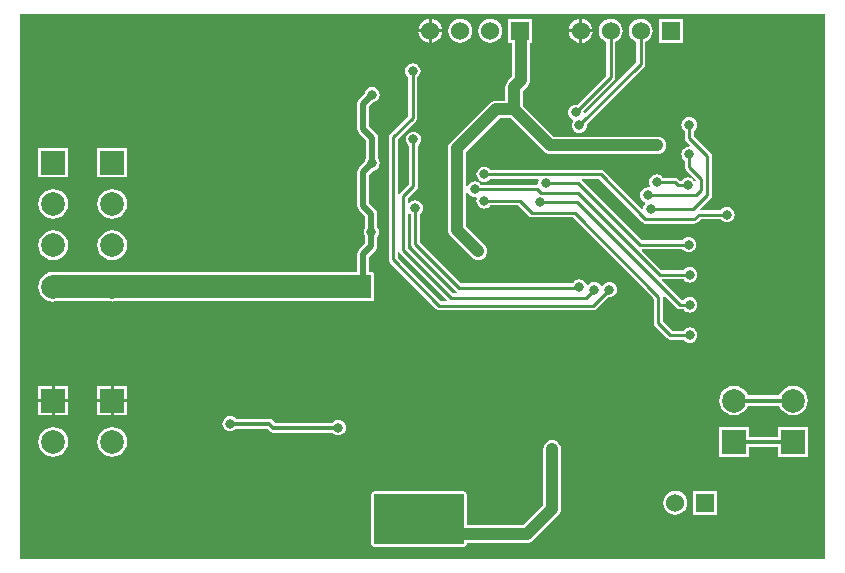
<source format=gbl>
G04*
G04 #@! TF.GenerationSoftware,Altium Limited,Altium Designer,21.0.9 (235)*
G04*
G04 Layer_Physical_Order=2*
G04 Layer_Color=16711680*
%FSLAX44Y44*%
%MOMM*%
G71*
G04*
G04 #@! TF.SameCoordinates,B8152D85-E12F-4961-801D-9DD34C180D21*
G04*
G04*
G04 #@! TF.FilePolarity,Positive*
G04*
G01*
G75*
%ADD12C,0.2500*%
%ADD63C,0.5000*%
%ADD64C,1.0000*%
%ADD65C,0.3500*%
%ADD67C,1.5240*%
%ADD68R,1.5240X1.5240*%
%ADD69C,2.0000*%
%ADD70R,2.0000X2.0000*%
%ADD71C,6.0000*%
%ADD72C,0.8000*%
%ADD73C,0.6000*%
G36*
X685922Y4078D02*
X4078D01*
Y465922D01*
X685922D01*
X685922Y4078D01*
D02*
G37*
%LPC*%
G36*
X352565Y461776D02*
Y452966D01*
X361376D01*
X361194Y454348D01*
X360170Y456819D01*
X358542Y458942D01*
X356419Y460570D01*
X353948Y461594D01*
X352565Y461776D01*
D02*
G37*
G36*
X350025Y461776D02*
X348643Y461594D01*
X346172Y460570D01*
X344049Y458942D01*
X342421Y456819D01*
X341397Y454348D01*
X341215Y452966D01*
X350025D01*
Y461776D01*
D02*
G37*
G36*
X479970Y461581D02*
Y452770D01*
X488781D01*
X488599Y454152D01*
X487575Y456624D01*
X485946Y458746D01*
X483824Y460375D01*
X481352Y461399D01*
X479970Y461581D01*
D02*
G37*
G36*
X477430Y461581D02*
X476048Y461399D01*
X473576Y460375D01*
X471454Y458746D01*
X469825Y456624D01*
X468801Y454152D01*
X468619Y452770D01*
X477430D01*
Y461581D01*
D02*
G37*
G36*
X350025Y450425D02*
X341215D01*
X341397Y449043D01*
X342421Y446572D01*
X344049Y444449D01*
X346172Y442821D01*
X348643Y441797D01*
X350025Y441615D01*
Y450425D01*
D02*
G37*
G36*
X361376D02*
X352565D01*
Y441615D01*
X353948Y441797D01*
X356419Y442821D01*
X358542Y444449D01*
X360170Y446572D01*
X361194Y449043D01*
X361376Y450425D01*
D02*
G37*
G36*
X402095Y461903D02*
X399454Y461555D01*
X396992Y460535D01*
X394878Y458913D01*
X393256Y456799D01*
X392236Y454337D01*
X391888Y451696D01*
X392236Y449054D01*
X393256Y446592D01*
X394878Y444478D01*
X396992Y442856D01*
X399454Y441836D01*
X402095Y441488D01*
X404737Y441836D01*
X407199Y442856D01*
X409313Y444478D01*
X410935Y446592D01*
X411955Y449054D01*
X412303Y451696D01*
X411955Y454337D01*
X410935Y456799D01*
X409313Y458913D01*
X407199Y460535D01*
X404737Y461555D01*
X402095Y461903D01*
D02*
G37*
G36*
X376696D02*
X374054Y461555D01*
X371592Y460535D01*
X369478Y458913D01*
X367856Y456799D01*
X366836Y454337D01*
X366488Y451696D01*
X366836Y449054D01*
X367856Y446592D01*
X369478Y444478D01*
X371592Y442856D01*
X374054Y441836D01*
X376696Y441488D01*
X379337Y441836D01*
X381799Y442856D01*
X383913Y444478D01*
X385535Y446592D01*
X386555Y449054D01*
X386903Y451696D01*
X386555Y454337D01*
X385535Y456799D01*
X383913Y458913D01*
X381799Y460535D01*
X379337Y461555D01*
X376696Y461903D01*
D02*
G37*
G36*
X488781Y450230D02*
X479970D01*
Y441420D01*
X481352Y441601D01*
X483824Y442625D01*
X485946Y444254D01*
X487575Y446376D01*
X488599Y448848D01*
X488781Y450230D01*
D02*
G37*
G36*
X477430D02*
X468619D01*
X468801Y448848D01*
X469825Y446376D01*
X471454Y444254D01*
X473576Y442625D01*
X476048Y441601D01*
X477430Y441419D01*
Y450230D01*
D02*
G37*
G36*
X565020Y461620D02*
X544780D01*
Y441380D01*
X565020D01*
Y461620D01*
D02*
G37*
G36*
X437616Y461815D02*
X417375D01*
Y441576D01*
X420935D01*
Y413133D01*
X417151Y409349D01*
X415949Y407782D01*
X415193Y405958D01*
X414935Y404000D01*
Y392565D01*
X407000D01*
X407000Y392565D01*
X405042Y392307D01*
X403218Y391551D01*
X401651Y390349D01*
X401651Y390349D01*
X368651Y357349D01*
X367449Y355782D01*
X366693Y353958D01*
X366435Y352000D01*
Y283000D01*
X366693Y281042D01*
X367449Y279218D01*
X368651Y277651D01*
X386651Y259651D01*
X388218Y258449D01*
X390042Y257693D01*
X392000Y257435D01*
X393958Y257693D01*
X395782Y258449D01*
X397349Y259651D01*
X398551Y261218D01*
X399307Y263042D01*
X399565Y265000D01*
X399307Y266958D01*
X398551Y268782D01*
X397349Y270349D01*
X381565Y286133D01*
Y315147D01*
X382835Y315399D01*
X383322Y314222D01*
X384364Y312864D01*
X385722Y311822D01*
X387303Y311167D01*
X389000Y310944D01*
X390075Y311085D01*
X390993Y309984D01*
X390667Y309197D01*
X390444Y307500D01*
X390667Y305803D01*
X391322Y304222D01*
X392364Y302864D01*
X393722Y301822D01*
X395303Y301167D01*
X397000Y300944D01*
X398697Y301167D01*
X400278Y301822D01*
X401636Y302864D01*
X402259Y303677D01*
X425916D01*
X434796Y294796D01*
X436037Y293968D01*
X437500Y293677D01*
X471916D01*
X540677Y224916D01*
Y204000D01*
X540968Y202537D01*
X541796Y201297D01*
X551797Y191296D01*
X553037Y190468D01*
X554500Y190177D01*
X565741D01*
X566364Y189364D01*
X567722Y188322D01*
X569303Y187667D01*
X571000Y187444D01*
X572697Y187667D01*
X574278Y188322D01*
X575636Y189364D01*
X576678Y190722D01*
X577333Y192303D01*
X577556Y194000D01*
X577333Y195697D01*
X576678Y197278D01*
X575636Y198636D01*
X574278Y199678D01*
X572697Y200333D01*
X571000Y200556D01*
X569303Y200333D01*
X567722Y199678D01*
X566364Y198636D01*
X565741Y197823D01*
X556084D01*
X548323Y205584D01*
Y226473D01*
X548382Y226529D01*
X549501Y227092D01*
X559796Y216796D01*
X561037Y215968D01*
X562500Y215677D01*
X565741D01*
X566364Y214864D01*
X567722Y213822D01*
X569303Y213167D01*
X571000Y212944D01*
X572697Y213167D01*
X574278Y213822D01*
X575636Y214864D01*
X576678Y216222D01*
X577333Y217803D01*
X577556Y219500D01*
X577333Y221197D01*
X576678Y222778D01*
X575636Y224136D01*
X574278Y225178D01*
X572697Y225833D01*
X571000Y226056D01*
X569303Y225833D01*
X567722Y225178D01*
X566364Y224136D01*
X565741Y223323D01*
X564084D01*
X547404Y240003D01*
X547890Y241177D01*
X565741D01*
X566364Y240364D01*
X567722Y239322D01*
X569303Y238667D01*
X571000Y238444D01*
X572697Y238667D01*
X574278Y239322D01*
X575636Y240364D01*
X576678Y241722D01*
X577333Y243303D01*
X577556Y245000D01*
X577333Y246697D01*
X576678Y248278D01*
X575636Y249636D01*
X574278Y250678D01*
X572697Y251333D01*
X571000Y251556D01*
X569303Y251333D01*
X567722Y250678D01*
X566364Y249636D01*
X565741Y248823D01*
X547084D01*
X530404Y265503D01*
X530890Y266677D01*
X564741D01*
X565364Y265864D01*
X566722Y264822D01*
X568303Y264167D01*
X570000Y263944D01*
X571697Y264167D01*
X573278Y264822D01*
X574636Y265864D01*
X575678Y267222D01*
X576333Y268803D01*
X576556Y270500D01*
X576333Y272197D01*
X575678Y273778D01*
X574636Y275136D01*
X573278Y276178D01*
X571697Y276833D01*
X570000Y277056D01*
X568303Y276833D01*
X566722Y276178D01*
X565364Y275136D01*
X564741Y274323D01*
X530084D01*
X479501Y324907D01*
X479889Y326080D01*
X479964Y326177D01*
X493916D01*
X530796Y289296D01*
X532037Y288468D01*
X533500Y288177D01*
X575000D01*
X576463Y288468D01*
X577704Y289296D01*
X580584Y292177D01*
X597264D01*
X597887Y291364D01*
X599245Y290322D01*
X600826Y289667D01*
X602523Y289444D01*
X604220Y289667D01*
X605801Y290322D01*
X607159Y291364D01*
X608200Y292722D01*
X608855Y294303D01*
X609079Y296000D01*
X608855Y297697D01*
X608200Y299278D01*
X607159Y300636D01*
X605801Y301678D01*
X604220Y302333D01*
X602523Y302556D01*
X600826Y302333D01*
X599245Y301678D01*
X597887Y300636D01*
X597264Y299823D01*
X580527D01*
X580001Y301093D01*
X588704Y309796D01*
X589532Y311037D01*
X589823Y312500D01*
Y345500D01*
X589532Y346963D01*
X588704Y348204D01*
X574323Y362584D01*
Y366741D01*
X575136Y367364D01*
X576178Y368722D01*
X576833Y370303D01*
X577056Y372000D01*
X576833Y373697D01*
X576178Y375278D01*
X575136Y376636D01*
X573778Y377678D01*
X572197Y378333D01*
X570500Y378556D01*
X568803Y378333D01*
X567222Y377678D01*
X565864Y376636D01*
X564822Y375278D01*
X564167Y373697D01*
X563944Y372000D01*
X564167Y370303D01*
X564822Y368722D01*
X565864Y367364D01*
X566677Y366741D01*
Y361000D01*
X566968Y359537D01*
X567796Y358296D01*
X571370Y354722D01*
X570777Y353520D01*
X570500Y353556D01*
X568803Y353333D01*
X567222Y352678D01*
X565864Y351636D01*
X564822Y350278D01*
X564167Y348697D01*
X563944Y347000D01*
X564167Y345303D01*
X564822Y343722D01*
X565864Y342364D01*
X566677Y341741D01*
Y336500D01*
X566968Y335037D01*
X567796Y333797D01*
X576379Y325214D01*
X576306Y324809D01*
X575976Y324654D01*
X574968Y324551D01*
X574136Y325636D01*
X572778Y326678D01*
X571197Y327333D01*
X569500Y327556D01*
X567803Y327333D01*
X566222Y326678D01*
X564864Y325636D01*
X564241Y324823D01*
X562584D01*
X561204Y326204D01*
X559963Y327032D01*
X558500Y327323D01*
X548259D01*
X547636Y328136D01*
X546278Y329178D01*
X544697Y329833D01*
X543000Y330056D01*
X541303Y329833D01*
X539722Y329178D01*
X538364Y328136D01*
X537322Y326778D01*
X536667Y325197D01*
X536444Y323500D01*
X536667Y321803D01*
X537322Y320222D01*
X537470Y320029D01*
X536742Y318892D01*
X535500Y319056D01*
X533803Y318832D01*
X532222Y318178D01*
X530864Y317136D01*
X529822Y315778D01*
X529167Y314197D01*
X528944Y312500D01*
X529167Y310803D01*
X529822Y309222D01*
X530864Y307864D01*
X532222Y306822D01*
X533036Y306485D01*
X533295Y305420D01*
X533270Y305013D01*
X532322Y303778D01*
X531667Y302197D01*
X531532Y301171D01*
X530191Y300716D01*
X498204Y332704D01*
X496963Y333532D01*
X495500Y333823D01*
X402259D01*
X401636Y334636D01*
X400278Y335678D01*
X398697Y336333D01*
X397000Y336556D01*
X395303Y336333D01*
X393722Y335678D01*
X392364Y334636D01*
X391322Y333278D01*
X390667Y331697D01*
X390444Y330000D01*
X390667Y328303D01*
X391322Y326722D01*
X392364Y325364D01*
X393722Y324322D01*
X395303Y323667D01*
X397000Y323444D01*
X398697Y323667D01*
X400278Y324322D01*
X401636Y325364D01*
X402259Y326177D01*
X442112D01*
X442961Y324907D01*
X442667Y324197D01*
X442448Y322529D01*
X442416Y322366D01*
X441318Y321323D01*
X394259D01*
X393636Y322136D01*
X392278Y323178D01*
X390697Y323833D01*
X389000Y324056D01*
X387303Y323833D01*
X385722Y323178D01*
X384364Y322136D01*
X383322Y320778D01*
X382835Y319601D01*
X381565Y319853D01*
Y348867D01*
X410133Y377435D01*
X419367D01*
X447651Y349151D01*
X447651Y349151D01*
X449218Y347949D01*
X451042Y347193D01*
X453000Y346935D01*
X543500D01*
X545458Y347193D01*
X547282Y347949D01*
X548849Y349151D01*
X550051Y350718D01*
X550807Y352542D01*
X551065Y354500D01*
X550807Y356458D01*
X550051Y358282D01*
X548849Y359849D01*
X547282Y361051D01*
X545458Y361807D01*
X543500Y362065D01*
X456133D01*
X430065Y388133D01*
Y400867D01*
X433849Y404651D01*
X435051Y406218D01*
X435807Y408042D01*
X435936Y409021D01*
X436065Y410000D01*
X436065Y410000D01*
Y441576D01*
X437616D01*
Y461815D01*
D02*
G37*
G36*
X529500Y461707D02*
X526858Y461360D01*
X524396Y460340D01*
X522282Y458718D01*
X520660Y456604D01*
X519641Y454142D01*
X519293Y451500D01*
X519641Y448858D01*
X520660Y446396D01*
X522282Y444282D01*
X524396Y442660D01*
X525677Y442130D01*
Y425084D01*
X482222Y381630D01*
X481020Y382223D01*
X481056Y382500D01*
X480922Y383515D01*
X506804Y409396D01*
X507632Y410637D01*
X507923Y412100D01*
Y442130D01*
X509204Y442660D01*
X511318Y444282D01*
X512940Y446396D01*
X513960Y448858D01*
X514307Y451500D01*
X513960Y454142D01*
X512940Y456604D01*
X511318Y458718D01*
X509204Y460340D01*
X506742Y461360D01*
X504100Y461707D01*
X501458Y461360D01*
X498996Y460340D01*
X496882Y458718D01*
X495260Y456604D01*
X494240Y454142D01*
X493893Y451500D01*
X494240Y448858D01*
X495260Y446396D01*
X496882Y444282D01*
X498996Y442660D01*
X500277Y442130D01*
Y413684D01*
X475515Y388922D01*
X474500Y389056D01*
X472803Y388833D01*
X471222Y388178D01*
X469864Y387136D01*
X468822Y385778D01*
X468167Y384197D01*
X467944Y382500D01*
X468167Y380803D01*
X468822Y379222D01*
X469864Y377864D01*
X471222Y376822D01*
X471653Y376644D01*
X472067Y375097D01*
X471822Y374778D01*
X471167Y373197D01*
X470944Y371500D01*
X471167Y369803D01*
X471822Y368222D01*
X472864Y366864D01*
X474222Y365822D01*
X475803Y365167D01*
X477500Y364944D01*
X479197Y365167D01*
X480778Y365822D01*
X482136Y366864D01*
X483178Y368222D01*
X483833Y369803D01*
X484056Y371500D01*
X483922Y372515D01*
X532204Y420796D01*
X533032Y422037D01*
X533323Y423500D01*
Y442130D01*
X534604Y442660D01*
X536718Y444282D01*
X538340Y446396D01*
X539360Y448858D01*
X539707Y451500D01*
X539360Y454142D01*
X538340Y456604D01*
X536718Y458718D01*
X534604Y460340D01*
X532142Y461360D01*
X529500Y461707D01*
D02*
G37*
G36*
X94500Y352500D02*
X69500D01*
Y327500D01*
X94500D01*
Y352500D01*
D02*
G37*
G36*
X44500D02*
X19500D01*
Y327500D01*
X44500D01*
Y352500D01*
D02*
G37*
G36*
X82000Y317608D02*
X78737Y317178D01*
X75696Y315919D01*
X73085Y313915D01*
X71081Y311304D01*
X69822Y308263D01*
X69392Y305000D01*
X69822Y301737D01*
X71081Y298696D01*
X73085Y296085D01*
X75696Y294081D01*
X78737Y292822D01*
X82000Y292392D01*
X85263Y292822D01*
X88304Y294081D01*
X90915Y296085D01*
X92919Y298696D01*
X94178Y301737D01*
X94608Y305000D01*
X94178Y308263D01*
X92919Y311304D01*
X90915Y313915D01*
X88304Y315919D01*
X85263Y317178D01*
X82000Y317608D01*
D02*
G37*
G36*
X32000D02*
X28736Y317178D01*
X25696Y315919D01*
X23084Y313915D01*
X21081Y311304D01*
X19821Y308263D01*
X19392Y305000D01*
X19821Y301737D01*
X21081Y298696D01*
X23084Y296085D01*
X25696Y294081D01*
X28736Y292822D01*
X32000Y292392D01*
X35263Y292822D01*
X38303Y294081D01*
X40915Y296085D01*
X42918Y298696D01*
X44178Y301737D01*
X44608Y305000D01*
X44178Y308263D01*
X42918Y311304D01*
X40915Y313915D01*
X38303Y315919D01*
X35263Y317178D01*
X32000Y317608D01*
D02*
G37*
G36*
X82000Y282608D02*
X78737Y282178D01*
X75696Y280919D01*
X73085Y278915D01*
X71081Y276304D01*
X69822Y273263D01*
X69392Y270000D01*
X69822Y266737D01*
X71081Y263696D01*
X73085Y261085D01*
X75696Y259081D01*
X78737Y257822D01*
X82000Y257392D01*
X85263Y257822D01*
X88304Y259081D01*
X90915Y261085D01*
X92919Y263696D01*
X94178Y266737D01*
X94608Y270000D01*
X94178Y273263D01*
X92919Y276304D01*
X90915Y278915D01*
X88304Y280919D01*
X85263Y282178D01*
X82000Y282608D01*
D02*
G37*
G36*
X32000D02*
X28736Y282178D01*
X25696Y280919D01*
X23084Y278915D01*
X21081Y276304D01*
X19821Y273263D01*
X19392Y270000D01*
X19821Y266737D01*
X21081Y263696D01*
X23084Y261085D01*
X25696Y259081D01*
X28736Y257822D01*
X32000Y257392D01*
X35263Y257822D01*
X38303Y259081D01*
X40915Y261085D01*
X42918Y263696D01*
X44178Y266737D01*
X44608Y270000D01*
X44178Y273263D01*
X42918Y276304D01*
X40915Y278915D01*
X38303Y280919D01*
X35263Y282178D01*
X32000Y282608D01*
D02*
G37*
G36*
X302000Y404056D02*
X300303Y403833D01*
X298722Y403178D01*
X297364Y402136D01*
X296322Y400778D01*
X295667Y399197D01*
X295543Y398253D01*
X290895Y393605D01*
X289790Y391951D01*
X289402Y390000D01*
Y368500D01*
X289790Y366549D01*
X290895Y364895D01*
X296902Y358888D01*
Y343534D01*
X296322Y342778D01*
X295667Y341197D01*
X295543Y340253D01*
X290895Y335605D01*
X289790Y333951D01*
X289402Y332000D01*
Y303500D01*
X289790Y301549D01*
X290895Y299895D01*
X296402Y294388D01*
Y285034D01*
X295822Y284278D01*
X295167Y282697D01*
X294944Y281000D01*
X295167Y279303D01*
X295822Y277722D01*
X296402Y276966D01*
Y271612D01*
X290895Y266105D01*
X289790Y264451D01*
X289402Y262500D01*
Y247549D01*
X82448Y247549D01*
X82000Y247608D01*
X81552Y247549D01*
X32447D01*
X32000Y247608D01*
X28736Y247178D01*
X25696Y245919D01*
X23084Y243915D01*
X21081Y241304D01*
X19821Y238263D01*
X19392Y235000D01*
X19821Y231737D01*
X21081Y228696D01*
X23084Y226085D01*
X25696Y224081D01*
X28736Y222822D01*
X32000Y222392D01*
X32447Y222451D01*
X81552D01*
X82000Y222392D01*
X82448Y222451D01*
X91000D01*
X301500Y222451D01*
X302475Y222645D01*
X303302Y223198D01*
X303855Y224025D01*
X304049Y225000D01*
X304049Y245000D01*
X303855Y245975D01*
X303302Y246802D01*
X302475Y247355D01*
X301500Y247549D01*
X299598D01*
Y260388D01*
X305105Y265895D01*
X306210Y267549D01*
X306598Y269500D01*
Y276966D01*
X307178Y277722D01*
X307833Y279303D01*
X308056Y281000D01*
X307833Y282697D01*
X307178Y284278D01*
X306598Y285034D01*
Y296500D01*
X306210Y298451D01*
X305105Y300105D01*
X299598Y305612D01*
Y329888D01*
X302753Y333043D01*
X303697Y333167D01*
X305278Y333822D01*
X306636Y334864D01*
X307678Y336222D01*
X308333Y337803D01*
X308556Y339500D01*
X308333Y341197D01*
X307678Y342778D01*
X307098Y343534D01*
Y361000D01*
X306710Y362951D01*
X305605Y364605D01*
X299598Y370612D01*
Y387888D01*
X302753Y391043D01*
X303697Y391167D01*
X305278Y391822D01*
X306636Y392864D01*
X307678Y394222D01*
X308333Y395803D01*
X308556Y397500D01*
X308333Y399197D01*
X307678Y400778D01*
X306636Y402136D01*
X305278Y403178D01*
X303697Y403833D01*
X302000Y404056D01*
D02*
G37*
G36*
X336500Y424056D02*
X334803Y423833D01*
X333222Y423178D01*
X331864Y422136D01*
X330822Y420778D01*
X330167Y419197D01*
X329944Y417500D01*
X330167Y415803D01*
X330822Y414222D01*
X331864Y412864D01*
X332677Y412241D01*
Y379584D01*
X317296Y364204D01*
X316468Y362963D01*
X316177Y361500D01*
Y258000D01*
X316468Y256537D01*
X317296Y255296D01*
X356296Y216296D01*
X357537Y215468D01*
X359000Y215177D01*
X489500D01*
X490963Y215468D01*
X492204Y216296D01*
X501985Y226078D01*
X503000Y225944D01*
X504697Y226167D01*
X506278Y226822D01*
X507636Y227864D01*
X508678Y229222D01*
X509333Y230803D01*
X509556Y232500D01*
X509333Y234197D01*
X508678Y235778D01*
X507636Y237136D01*
X506278Y238178D01*
X504697Y238833D01*
X503000Y239056D01*
X501303Y238833D01*
X499722Y238178D01*
X498364Y237136D01*
X497322Y235778D01*
X497188Y235453D01*
X495813D01*
X495678Y235778D01*
X494636Y237136D01*
X493278Y238178D01*
X491697Y238833D01*
X490000Y239056D01*
X488303Y238833D01*
X486722Y238178D01*
X485364Y237136D01*
X485006Y236669D01*
X483556Y236865D01*
X483178Y237778D01*
X482136Y239136D01*
X480778Y240178D01*
X479197Y240833D01*
X477500Y241056D01*
X475803Y240833D01*
X474222Y240178D01*
X472864Y239136D01*
X471857Y237823D01*
X377584D01*
X342323Y273084D01*
Y296241D01*
X343136Y296864D01*
X344178Y298222D01*
X344833Y299803D01*
X345056Y301500D01*
X344833Y303197D01*
X344178Y304778D01*
X343136Y306136D01*
X341778Y307178D01*
X340197Y307833D01*
X338500Y308056D01*
X336803Y307833D01*
X335222Y307178D01*
X333864Y306136D01*
X333593Y305783D01*
X332323Y306214D01*
Y309916D01*
X339803Y317396D01*
X340632Y318636D01*
X340923Y320100D01*
Y354440D01*
X341735Y355064D01*
X342777Y356421D01*
X343432Y358003D01*
X343656Y359700D01*
X343432Y361396D01*
X342777Y362977D01*
X341735Y364335D01*
X340378Y365377D01*
X338797Y366032D01*
X337100Y366255D01*
X335403Y366032D01*
X333822Y365377D01*
X332464Y364335D01*
X331422Y362977D01*
X330767Y361396D01*
X330544Y359700D01*
X330767Y358003D01*
X331422Y356421D01*
X332464Y355064D01*
X333276Y354440D01*
Y321683D01*
X325796Y314204D01*
X325093Y313151D01*
X324296Y313198D01*
X323823Y313363D01*
Y359916D01*
X339204Y375296D01*
X340032Y376537D01*
X340323Y378000D01*
Y412241D01*
X341136Y412864D01*
X342178Y414222D01*
X342833Y415803D01*
X343056Y417500D01*
X342833Y419197D01*
X342178Y420778D01*
X341136Y422136D01*
X339778Y423178D01*
X338197Y423833D01*
X336500Y424056D01*
D02*
G37*
G36*
X658500Y151108D02*
X655237Y150678D01*
X652196Y149419D01*
X649585Y147415D01*
X647581Y144804D01*
X646765Y142833D01*
X620235D01*
X619419Y144804D01*
X617415Y147415D01*
X614804Y149419D01*
X611763Y150678D01*
X608500Y151108D01*
X605237Y150678D01*
X602196Y149419D01*
X599585Y147415D01*
X597581Y144804D01*
X596322Y141763D01*
X595892Y138500D01*
X596322Y135237D01*
X597581Y132196D01*
X599585Y129585D01*
X602196Y127581D01*
X605237Y126322D01*
X608500Y125892D01*
X611763Y126322D01*
X614804Y127581D01*
X617415Y129585D01*
X619419Y132196D01*
X620235Y134167D01*
X646765D01*
X647581Y132196D01*
X649585Y129585D01*
X652196Y127581D01*
X655237Y126322D01*
X658500Y125892D01*
X661763Y126322D01*
X664804Y127581D01*
X667415Y129585D01*
X669419Y132196D01*
X670678Y135237D01*
X671108Y138500D01*
X670678Y141763D01*
X669419Y144804D01*
X667415Y147415D01*
X664804Y149419D01*
X661763Y150678D01*
X658500Y151108D01*
D02*
G37*
G36*
X94540Y151040D02*
X83270D01*
Y139770D01*
X94540D01*
Y151040D01*
D02*
G37*
G36*
X44540D02*
X33270D01*
Y139770D01*
X44540D01*
Y151040D01*
D02*
G37*
G36*
X80730D02*
X69460D01*
Y139770D01*
X80730D01*
Y151040D01*
D02*
G37*
G36*
X30730D02*
X19460D01*
Y139770D01*
X30730D01*
Y151040D01*
D02*
G37*
G36*
X94540Y137230D02*
X83270D01*
Y125960D01*
X94540D01*
Y137230D01*
D02*
G37*
G36*
X80730D02*
X69460D01*
Y125960D01*
X80730D01*
Y137230D01*
D02*
G37*
G36*
X44540D02*
X33270D01*
Y125960D01*
X44540D01*
Y137230D01*
D02*
G37*
G36*
X30730D02*
X19460D01*
Y125960D01*
X30730D01*
Y137230D01*
D02*
G37*
G36*
X181950Y125506D02*
X180253Y125283D01*
X178672Y124628D01*
X177314Y123586D01*
X176272Y122228D01*
X175617Y120647D01*
X175394Y118950D01*
X175617Y117253D01*
X176272Y115672D01*
X177314Y114314D01*
X178672Y113272D01*
X180253Y112617D01*
X181950Y112394D01*
X183647Y112617D01*
X185228Y113272D01*
X186586Y114314D01*
X186818Y114617D01*
X213255D01*
X215436Y112436D01*
X216842Y111497D01*
X218500Y111167D01*
X268632D01*
X268864Y110864D01*
X270222Y109822D01*
X271803Y109167D01*
X273500Y108944D01*
X275197Y109167D01*
X276778Y109822D01*
X278136Y110864D01*
X279178Y112222D01*
X279833Y113803D01*
X280056Y115500D01*
X279833Y117197D01*
X279178Y118778D01*
X278136Y120136D01*
X276778Y121178D01*
X275197Y121833D01*
X273500Y122056D01*
X271803Y121833D01*
X270222Y121178D01*
X268864Y120136D01*
X268632Y119833D01*
X220295D01*
X218114Y122014D01*
X216708Y122953D01*
X215050Y123283D01*
X186818D01*
X186586Y123586D01*
X185228Y124628D01*
X183647Y125283D01*
X181950Y125506D01*
D02*
G37*
G36*
X671000Y116000D02*
X646000D01*
Y107833D01*
X621000D01*
Y116000D01*
X596000D01*
Y91000D01*
X621000D01*
Y99167D01*
X646000D01*
Y91000D01*
X671000D01*
Y116000D01*
D02*
G37*
G36*
X82000Y116108D02*
X78737Y115678D01*
X75696Y114419D01*
X73085Y112415D01*
X71081Y109804D01*
X69822Y106763D01*
X69392Y103500D01*
X69822Y100237D01*
X71081Y97196D01*
X73085Y94585D01*
X75696Y92581D01*
X78737Y91321D01*
X82000Y90892D01*
X85263Y91321D01*
X88304Y92581D01*
X90915Y94585D01*
X92919Y97196D01*
X94178Y100237D01*
X94608Y103500D01*
X94178Y106763D01*
X92919Y109804D01*
X90915Y112415D01*
X88304Y114419D01*
X85263Y115678D01*
X82000Y116108D01*
D02*
G37*
G36*
X32000D02*
X28737Y115678D01*
X25696Y114419D01*
X23085Y112415D01*
X21081Y109804D01*
X19822Y106763D01*
X19392Y103500D01*
X19822Y100237D01*
X21081Y97196D01*
X23085Y94585D01*
X25696Y92581D01*
X28737Y91321D01*
X32000Y90892D01*
X35263Y91321D01*
X38304Y92581D01*
X40915Y94585D01*
X42919Y97196D01*
X44178Y100237D01*
X44608Y103500D01*
X44178Y106763D01*
X42919Y109804D01*
X40915Y112415D01*
X38304Y114419D01*
X35263Y115678D01*
X32000Y116108D01*
D02*
G37*
G36*
X594420Y62120D02*
X574180D01*
Y41880D01*
X594420D01*
Y62120D01*
D02*
G37*
G36*
X558900Y62207D02*
X556258Y61859D01*
X553796Y60840D01*
X551682Y59218D01*
X550060Y57104D01*
X549040Y54642D01*
X548693Y52000D01*
X549040Y49358D01*
X550060Y46896D01*
X551682Y44782D01*
X553796Y43160D01*
X556258Y42140D01*
X558900Y41793D01*
X561542Y42140D01*
X564004Y43160D01*
X566118Y44782D01*
X567740Y46896D01*
X568759Y49358D01*
X569107Y52000D01*
X568759Y54642D01*
X567740Y57104D01*
X566118Y59218D01*
X564004Y60840D01*
X561542Y61859D01*
X558900Y62207D01*
D02*
G37*
G36*
X454500Y105065D02*
X452542Y104807D01*
X450718Y104051D01*
X449151Y102849D01*
X447949Y101282D01*
X447193Y99458D01*
X446935Y97500D01*
Y50133D01*
X429867Y33065D01*
X382049D01*
Y59000D01*
X381855Y59975D01*
X381302Y60802D01*
X380475Y61355D01*
X379500Y61549D01*
X304000D01*
X303025Y61355D01*
X302198Y60802D01*
X301645Y59975D01*
X301451Y59000D01*
Y17500D01*
X301645Y16525D01*
X302198Y15698D01*
X303025Y15145D01*
X304000Y14951D01*
X379500D01*
X380475Y15145D01*
X381302Y15698D01*
X381855Y16525D01*
X382049Y17500D01*
Y17935D01*
X433000D01*
X434958Y18193D01*
X436782Y18949D01*
X438349Y20151D01*
X459849Y41651D01*
X461051Y43218D01*
X461807Y45042D01*
X462065Y47000D01*
Y97500D01*
X461807Y99458D01*
X461051Y101282D01*
X459849Y102849D01*
X458282Y104051D01*
X456458Y104807D01*
X454500Y105065D01*
D02*
G37*
%LPD*%
G36*
X301500Y225000D02*
X91000Y225000D01*
X32000D01*
X32000Y245000D01*
X301500Y245000D01*
X301500Y225000D01*
D02*
G37*
G36*
X333864Y296864D02*
X334677Y296241D01*
Y271500D01*
X334968Y270037D01*
X335796Y268796D01*
X373296Y231296D01*
X374348Y230593D01*
X374302Y229795D01*
X374137Y229323D01*
X370584D01*
X332323Y267584D01*
Y296786D01*
X333593Y297217D01*
X333864Y296864D01*
D02*
G37*
G36*
X325796Y263296D02*
X365096Y223997D01*
X364610Y222823D01*
X360584D01*
X323823Y259584D01*
Y264137D01*
X324296Y264302D01*
X325093Y264349D01*
X325796Y263296D01*
D02*
G37*
G36*
X379500Y17500D02*
X304000D01*
Y59000D01*
X379500D01*
Y17500D01*
D02*
G37*
D12*
X397000Y330000D02*
X495500D01*
X535500Y312500D02*
X576000D01*
X544500Y204000D02*
X554500Y194000D01*
X544500Y204000D02*
Y226500D01*
X554500Y194000D02*
X571000D01*
X437500Y297500D02*
X473500D01*
X544500Y226500D01*
X427500Y307500D02*
X437500Y297500D01*
X397000Y307500D02*
X427500D01*
X444500Y306500D02*
X475500D01*
X562500Y219500D01*
X571000D01*
X545500Y245000D02*
X571000D01*
X476000Y314500D02*
X545500Y245000D01*
X445000Y314500D02*
X476000D01*
X442000Y317500D02*
X445000Y314500D01*
X389000Y317500D02*
X442000D01*
X476500Y322500D02*
X528500Y270500D01*
X570000D01*
X449000Y322500D02*
X476500D01*
X533500Y292000D02*
X575000D01*
X495500Y330000D02*
X533500Y292000D01*
X575000D02*
X579000Y296000D01*
X602523D01*
X320000Y361500D02*
X336500Y378000D01*
Y417500D01*
X320000Y258000D02*
Y361500D01*
Y258000D02*
X359000Y219000D01*
X489500D01*
X503000Y232500D01*
X328500Y311500D02*
X337100Y320100D01*
Y359700D01*
X328500Y266000D02*
Y311500D01*
Y266000D02*
X369000Y225500D01*
X376000Y234000D02*
X477000D01*
X338500Y271500D02*
X376000Y234000D01*
X338500Y271500D02*
Y301500D01*
X369000Y225500D02*
X483000D01*
X490000Y232500D01*
X570500Y361000D02*
Y372000D01*
Y361000D02*
X586000Y345500D01*
Y312500D02*
Y345500D01*
X574000Y300500D02*
X586000Y312500D01*
X538000Y300500D02*
X574000D01*
X576000Y312500D02*
X580500Y317000D01*
X570500Y336500D02*
X580500Y326500D01*
Y317000D02*
Y326500D01*
X570500Y336500D02*
Y347000D01*
X561000Y321000D02*
X569500D01*
X558500Y323500D02*
X561000Y321000D01*
X543000Y323500D02*
X558500D01*
X474500Y382500D02*
X504100Y412100D01*
Y451500D01*
X477500Y371500D02*
X529500Y423500D01*
Y451500D01*
X477000Y234000D02*
X477500Y234500D01*
D63*
X294500Y332000D02*
X302000Y339500D01*
X294500Y303500D02*
Y332000D01*
X302000Y339500D02*
Y361000D01*
X294500Y368500D02*
Y390000D01*
X302000Y397500D02*
Y397500D01*
X294500Y390000D02*
X302000Y397500D01*
X294500Y368500D02*
X302000Y361000D01*
X294500Y303500D02*
X301500Y296500D01*
Y281000D02*
Y296500D01*
Y269500D02*
Y281000D01*
X294500Y262500D02*
X301500Y269500D01*
X294500Y240000D02*
Y262500D01*
D64*
X433000Y25500D02*
X454500Y47000D01*
Y97500D01*
X371500Y25500D02*
X433000D01*
X427495Y451696D02*
X428500Y450691D01*
Y410000D02*
Y450691D01*
X422500Y385000D02*
Y404000D01*
X428500Y410000D01*
X422500Y385000D02*
X453000Y354500D01*
X543500D01*
X374000Y352000D02*
X407000Y385000D01*
X374000Y283000D02*
Y352000D01*
X407000Y385000D02*
X422500D01*
X374000Y283000D02*
X392000Y265000D01*
D65*
X608500Y138500D02*
X658500D01*
X608500Y103500D02*
X658500D01*
X215050Y118950D02*
X218500Y115500D01*
X181950Y118950D02*
X215050D01*
X218500Y115500D02*
X273500D01*
D67*
X504100Y451500D02*
D03*
X529500D02*
D03*
X478700D02*
D03*
X558900Y52000D02*
D03*
X351296Y451696D02*
D03*
X402095D02*
D03*
X376696D02*
D03*
D68*
X554900Y451500D02*
D03*
X584300Y52000D02*
D03*
X427495Y451696D02*
D03*
D69*
X608500Y138500D02*
D03*
X658500D02*
D03*
X32000Y103500D02*
D03*
X82000D02*
D03*
X32000Y270000D02*
D03*
Y305000D02*
D03*
X82000D02*
D03*
Y270000D02*
D03*
Y235000D02*
D03*
X32000D02*
D03*
D70*
X608500Y103500D02*
D03*
X658500D02*
D03*
X32000Y138500D02*
D03*
X82000D02*
D03*
X32000Y340000D02*
D03*
X82000D02*
D03*
D71*
X35000Y435000D02*
D03*
X655000D02*
D03*
X35000Y35000D02*
D03*
X655000D02*
D03*
D72*
X397000Y330000D02*
D03*
X535500Y312500D02*
D03*
X571000Y194000D02*
D03*
X444500Y306500D02*
D03*
X571000Y219500D02*
D03*
Y245000D02*
D03*
X570000Y270500D02*
D03*
X602523Y296000D02*
D03*
X449000Y322500D02*
D03*
X389000Y317500D02*
D03*
X397000Y307500D02*
D03*
X392000Y265000D02*
D03*
X570500Y372000D02*
D03*
Y347000D02*
D03*
X569500Y321000D02*
D03*
X543000Y323500D02*
D03*
X538000Y300500D02*
D03*
X454500Y97500D02*
D03*
X474500Y382500D02*
D03*
X477500Y371500D02*
D03*
X337100Y359700D02*
D03*
X336500Y417500D02*
D03*
X338500Y301500D02*
D03*
X503000Y232500D02*
D03*
X490000Y232500D02*
D03*
X477500Y234500D02*
D03*
X475000Y254000D02*
D03*
X529500Y17000D02*
D03*
X302000Y397500D02*
D03*
Y339500D02*
D03*
X301500Y281000D02*
D03*
X294500Y240000D02*
D03*
X265700D02*
D03*
X150500D02*
D03*
X236900D02*
D03*
X208100D02*
D03*
X179300D02*
D03*
X486000Y165500D02*
D03*
X375500Y178500D02*
D03*
X543000Y336500D02*
D03*
X543500Y354500D02*
D03*
X440000Y385500D02*
D03*
X422500Y385000D02*
D03*
X392000Y284000D02*
D03*
X455000Y116000D02*
D03*
X274500Y56500D02*
D03*
X342500Y25000D02*
D03*
X312500Y39500D02*
D03*
Y25500D02*
D03*
X328000D02*
D03*
X356500D02*
D03*
X371500D02*
D03*
Y39500D02*
D03*
X406500Y114500D02*
D03*
X415500D02*
D03*
X424000D02*
D03*
X361500Y129000D02*
D03*
Y118500D02*
D03*
X181500Y19500D02*
D03*
X142000Y19000D02*
D03*
X253500Y60500D02*
D03*
X304500Y320500D02*
D03*
Y378500D02*
D03*
Y436500D02*
D03*
X225001Y272799D02*
D03*
Y285799D02*
D03*
Y298299D02*
D03*
X225000Y330799D02*
D03*
Y343800D02*
D03*
Y356300D02*
D03*
X225001Y388799D02*
D03*
Y401799D02*
D03*
Y414299D02*
D03*
X250500Y298500D02*
D03*
Y285500D02*
D03*
Y273000D02*
D03*
X250500Y356501D02*
D03*
Y343501D02*
D03*
Y331001D02*
D03*
X250500Y389000D02*
D03*
Y401500D02*
D03*
Y414500D02*
D03*
X273500Y115500D02*
D03*
X181950Y118950D02*
D03*
X157500Y62500D02*
D03*
X166500D02*
D03*
X213000Y189500D02*
D03*
X197500Y189000D02*
D03*
X186500Y189500D02*
D03*
X170500Y189000D02*
D03*
X159000D02*
D03*
X224000D02*
D03*
X136900Y161450D02*
D03*
Y151450D02*
D03*
Y140950D02*
D03*
D73*
X201950Y81650D02*
D03*
X210450D02*
D03*
X192950D02*
D03*
X201950Y92650D02*
D03*
X210450Y92651D02*
D03*
X192950Y92650D02*
D03*
Y103650D02*
D03*
X210450D02*
D03*
X201950D02*
D03*
M02*

</source>
